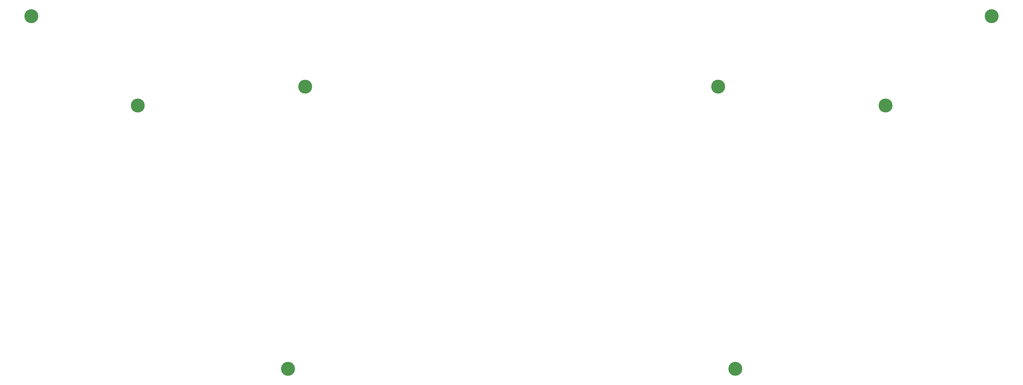
<source format=gbs>
%TF.GenerationSoftware,KiCad,Pcbnew,7.0.1-0*%
%TF.CreationDate,2023-05-23T19:45:04-04:00*%
%TF.ProjectId,plate,706c6174-652e-46b6-9963-61645f706362,rev?*%
%TF.SameCoordinates,Original*%
%TF.FileFunction,Soldermask,Bot*%
%TF.FilePolarity,Negative*%
%FSLAX46Y46*%
G04 Gerber Fmt 4.6, Leading zero omitted, Abs format (unit mm)*
G04 Created by KiCad (PCBNEW 7.0.1-0) date 2023-05-23 19:45:04*
%MOMM*%
%LPD*%
G01*
G04 APERTURE LIST*
%ADD10C,3.500000*%
G04 APERTURE END LIST*
D10*
X261890000Y-126300000D03*
X330710000Y-108620000D03*
X303990000Y-131090000D03*
X153780000Y-197210000D03*
X266220000Y-197210000D03*
X116010000Y-131090000D03*
X158110000Y-126300000D03*
X89290000Y-108620000D03*
M02*

</source>
